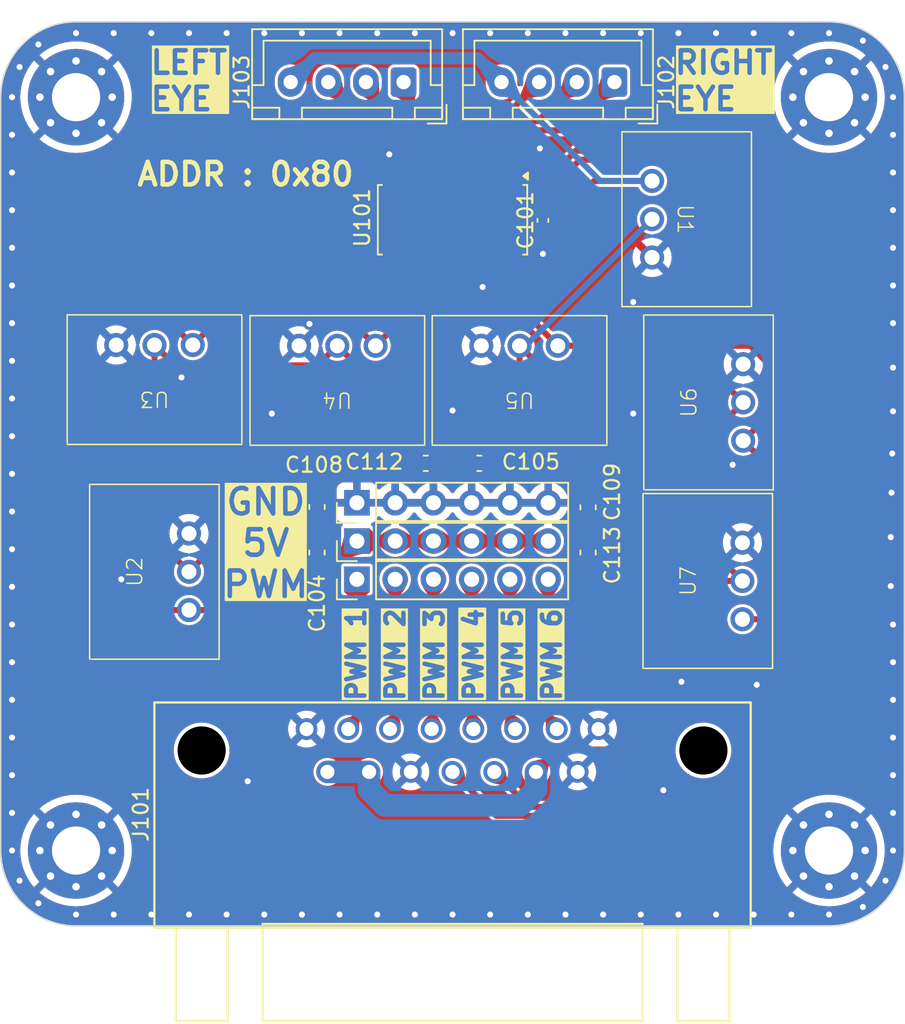
<source format=kicad_pcb>
(kicad_pcb (version 20240108) (generator "pcbnew") (generator_version "8.0")
  (layers (0 "F.Cu" signal) (31 "B.Cu" signal) (34 "B.Paste" user) (35 "F.Paste" user) (36 "B.SilkS" user "B.Silkscreen") (37 "F.SilkS" user "F.Silkscreen") (38 "B.Mask" user) (39 "F.Mask" user) (44 "Edge.Cuts" user))
  (net 0 "")
  (net 1 "GND")
  (net 2 "PWM_TIM1_CH1")
  (net 3 "I2C_SCL")
  (net 4 "+12V")
  (net 5 "I2C_SDA")
  (net 6 "LED1")
  (net 7 "LED2")
  (net 8 "LED4")
  (net 9 "LED5")
  (net 10 "LED3")
  (net 11 "LED0")
  (net 12 "+5V")
  (net 13 "PWM_TIM1_CH3")
  (net 14 "PWM_TIM2_CH1")
  (net 15 "PWM_TIM2_CH2")
  (net 16 "PWM_TIM1_CH2")
  (net 17 "PWM_TIM1_CH4")
  (footprint "libs:CONN15_31321_WRE" (layer "F.Cu") (at 100 145 180)
    (property "Reference" "J101" (at 20.7 7.4 90) (layer "F.SilkS"))
    (property "Value" "Conn_01x15")
    (pad "" np_thru_hole circle (at -16.66 11.64 180) (size 3.2004 3.2004) (drill 3.2004) (layers))
    (pad "" np_thru_hole circle (at 16.66 11.64 180) (size 3.2004 3.2004) (drill 3.2004) (layers))
    (pad "1" thru_hole circle (at 9.695 13.060007 180) (size 1.4478 1.4478) (drill 0.9398) (layers "*.Cu" "*.Mask") (net 1 "GND"))
    (pad "2" thru_hole circle (at 6.925 13.060007 180) (size 1.4478 1.4478) (drill 0.9398) (layers "*.Cu" "*.Mask") (net 2 "PWM_TIM1_CH1"))
    (pad "3" thru_hole circle (at 4.155001 13.060007 180) (size 1.4478 1.4478) (drill 0.9398) (layers "*.Cu" "*.Mask") (net 16 "PWM_TIM1_CH2"))
    (pad "4" thru_hole circle (at 1.385001 13.060007 180) (size 1.4478 1.4478) (drill 0.9398) (layers "*.Cu" "*.Mask") (net 13 "PWM_TIM1_CH3"))
    (pad "5" thru_hole circle (at -1.384998 13.060007 180) (size 1.4478 1.4478) (drill 0.9398) (layers "*.Cu" "*.Mask") (net 17 "PWM_TIM1_CH4"))
    (pad "6" thru_hole circle (at -4.154998 13.060007 180) (size 1.4478 1.4478) (drill 0.9398) (layers "*.Cu" "*.Mask") (net 14 "PWM_TIM2_CH1"))
    (pad "7" thru_hole circle (at -6.924998 13.060007 180) (size 1.4478 1.4478) (drill 0.9398) (layers "*.Cu" "*.Mask") (net 15 "PWM_TIM2_CH2"))
    (pad "8" thru_hole circle (at -9.694997 13.060007 180) (size 1.4478 1.4478) (drill 0.9398) (layers "*.Cu" "*.Mask") (net 1 "GND"))
    (pad "9" thru_hole circle (at 8.309999 10.220008 180) (size 1.4478 1.4478) (drill 0.9398) (layers "*.Cu" "*.Mask") (net 4 "+12V"))
    (pad "10" thru_hole circle (at 5.539999 10.220008 180) (size 1.4478 1.4478) (drill 0.9398) (layers "*.Cu" "*.Mask") (net 4 "+12V"))
    (pad "11" thru_hole circle (at 2.77 10.220008 180) (size 1.4478 1.4478) (drill 0.9398) (layers "*.Cu" "*.Mask") (net 1 "GND"))
    (pad "12" thru_hole circle (at 0 10.220008 180) (size 1.4478 1.4478) (drill 0.9398) (layers "*.Cu" "*.Mask") (net 5 "I2C_SDA"))
    (pad "13" thru_hole circle (at -2.77 10.220008 180) (size 1.4478 1.4478) (drill 0.9398) (layers "*.Cu" "*.Mask") (net 3 "I2C_SCL"))
    (pad "14" thru_hole circle (at -5.539999 10.220008 180) (size 1.4478 1.4478) (drill 0.9398) (layers "*.Cu" "*.Mask") (net 4 "+12V"))
    (pad "15" thru_hole circle (at -8.309999 10.220008 180) (size 1.4478 1.4478) (drill 0.9398) (layers "*.Cu" "*.Mask") (net 1 "GND"))
  )
  (footprint "Connector_JST:JST_XH_B4B-XH-A_1x04_P2.50mm_Vertical" (layer "F.Cu") (at 96.75 89 180)
    (property "Reference" "J103" (at 10.75 0 -90) (layer "F.SilkS"))
    (property "Value" "Conn_01x04")
    (pad "1" thru_hole roundrect (at 0 0 180) (size 1.7 1.95) (drill 0.95) (layers "*.Cu" "*.Mask") (roundrect_rratio 0.1470588235) (net 10 "LED3"))
    (pad "2" thru_hole oval (at 2.5 0 180) (size 1.7 1.95) (drill 0.95) (layers "*.Cu" "*.Mask") (net 8 "LED4"))
    (pad "3" thru_hole oval (at 5 0 180) (size 1.7 1.95) (drill 0.95) (layers "*.Cu" "*.Mask") (net 9 "LED5"))
    (pad "4" thru_hole oval (at 7.5 0 180) (size 1.7 1.95) (drill 0.95) (layers "*.Cu" "*.Mask") (net 12 "+5V"))
  )
  (footprint "MountingHole:MountingHole_3.2mm_M3_Pad_Via" (layer "F.Cu") (at 75 90)
    (property "Reference" "H103" (hide yes))
    (property "Value" "MountingHole_Pad")
    (pad "1" thru_hole circle (at -2.4 0) (size 0.8 0.8) (drill 0.5) (layers "*.Cu" "*.Mask") (net 1 "GND"))
    (pad "1" thru_hole circle (at -1.697056 -1.697056) (size 0.8 0.8) (drill 0.5) (layers "*.Cu" "*.Mask") (net 1 "GND"))
    (pad "1" thru_hole circle (at -1.697056 1.697056) (size 0.8 0.8) (drill 0.5) (layers "*.Cu" "*.Mask") (net 1 "GND"))
    (pad "1" thru_hole circle (at 0 -2.4) (size 0.8 0.8) (drill 0.5) (layers "*.Cu" "*.Mask") (net 1 "GND"))
    (pad "1" thru_hole circle (at 0 0) (size 6.4 6.4) (drill 3.2) (layers "*.Cu" "*.Mask") (net 1 "GND"))
    (pad "1" thru_hole circle (at 0 2.4) (size 0.8 0.8) (drill 0.5) (layers "*.Cu" "*.Mask") (net 1 "GND"))
    (pad "1" thru_hole circle (at 1.697056 -1.697056) (size 0.8 0.8) (drill 0.5) (layers "*.Cu" "*.Mask") (net 1 "GND"))
    (pad "1" thru_hole circle (at 1.697056 1.697056) (size 0.8 0.8) (drill 0.5) (layers "*.Cu" "*.Mask") (net 1 "GND"))
    (pad "1" thru_hole circle (at 2.4 0) (size 0.8 0.8) (drill 0.5) (layers "*.Cu" "*.Mask") (net 1 "GND"))
  )
  (footprint "buck:173010x42" (layer "F.Cu") (at 80.21 104.45 180)
    (property "Reference" "U3" (at 0 -5.6 180) (layer "F.SilkS") (effects (font (thickness 0.1))))
    (property "Value" "~")
    (pad "1" thru_hole circle (at -2.54 -2 180) (size 1.6 1.6) (drill 1) (layers "*.Cu" "*.Mask") (net 12 "+5V"))
    (pad "2" thru_hole circle (at 0 -2 180) (size 1.6 1.6) (drill 1) (layers "*.Cu" "*.Mask") (net 4 "+12V"))
    (pad "3" thru_hole circle (at 2.54 -2 180) (size 1.6 1.6) (drill 1) (layers "*.Cu" "*.Mask") (net 1 "GND"))
  )
  (footprint "Connector_PinHeader_2.54mm:PinHeader_1x06_P2.54mm_Vertical" (layer "F.Cu") (at 93.65 119.46 90)
    (property "Reference" "J104" (hide yes))
    (property "Value" "Conn_01x06")
    (pad "1" thru_hole rect (at 0 0 90) (size 1.7 1.7) (drill 1) (layers "*.Cu" "*.Mask") (net 12 "+5V"))
    (pad "2" thru_hole oval (at 0 2.54 90) (size 1.7 1.7) (drill 1) (layers "*.Cu" "*.Mask") (net 12 "+5V"))
    (pad "3" thru_hole oval (at 0 5.08 90) (size 1.7 1.7) (drill 1) (layers "*.Cu" "*.Mask") (net 12 "+5V"))
    (pad "4" thru_hole oval (at 0 7.62 90) (size 1.7 1.7) (drill 1) (layers "*.Cu" "*.Mask") (net 12 "+5V"))
    (pad "5" thru_hole oval (at 0 10.16 90) (size 1.7 1.7) (drill 1) (layers "*.Cu" "*.Mask") (net 12 "+5V"))
    (pad "6" thru_hole oval (at 0 12.7 90) (size 1.7 1.7) (drill 1) (layers "*.Cu" "*.Mask") (net 12 "+5V"))
  )
  (footprint "Package_SO:TSSOP-28_4.4x9.7mm_P0.65mm" (layer "F.Cu") (at 100 98.1375 -90)
    (property "Reference" "U101" (at -0.1375 6 90) (layer "F.SilkS"))
    (property "Value" "PCA9685PW")
    (pad "1" smd roundrect (at -2.8625 -4.225 270) (size 1.475 0.4) (layers "F.Cu" "F.Paste" "F.Mask") (net 1 "GND"))
    (pad "2" smd roundrect (at -2.8625 -3.575 270) (size 1.475 0.4) (layers "F.Cu" "F.Paste" "F.Mask") (net 1 "GND"))
    (pad "3" smd roundrect (at -2.8625 -2.925 270) (size 1.475 0.4) (layers "F.Cu" "F.Paste" "F.Mask") (net 1 "GND"))
    (pad "4" smd roundrect (at -2.8625 -2.275 270) (size 1.475 0.4) (layers "F.Cu" "F.Paste" "F.Mask") (net 1 "GND"))
    (pad "5" smd roundrect (at -2.8625 -1.625 270) (size 1.475 0.4) (layers "F.Cu" "F.Paste" "F.Mask") (net 1 "GND"))
    (pad "6" smd roundrect (at -2.8625 -0.975 270) (size 1.475 0.4) (layers "F.Cu" "F.Paste" "F.Mask") (net 11 "LED0"))
    (pad "7" smd roundrect (at -2.8625 -0.325 270) (size 1.475 0.4) (layers "F.Cu" "F.Paste" "F.Mask") (net 6 "LED1"))
    (pad "8" smd roundrect (at -2.8625 0.325 270) (size 1.475 0.4) (layers "F.Cu" "F.Paste" "F.Mask") (net 7 "LED2"))
    (pad "9" smd roundrect (at -2.8625 0.975 270) (size 1.475 0.4) (layers "F.Cu" "F.Paste" "F.Mask") (net 10 "LED3"))
    (pad "10" smd roundrect (at -2.8625 1.625 270) (size 1.475 0.4) (layers "F.Cu" "F.Paste" "F.Mask") (net 8 "LED4"))
    (pad "11" smd roundrect (at -2.8625 2.275 270) (size 1.475 0.4) (layers "F.Cu" "F.Paste" "F.Mask") (net 9 "LED5"))
    (pad "12" smd roundrect (at -2.8625 2.925 270) (size 1.475 0.4) (layers "F.Cu" "F.Paste" "F.Mask"))
    (pad "13" smd roundrect (at -2.8625 3.575 270) (size 1.475 0.4) (layers "F.Cu" "F.Paste" "F.Mask"))
    (pad "14" smd roundrect (at -2.8625 4.225 270) (size 1.475 0.4) (layers "F.Cu" "F.Paste" "F.Mask") (net 1 "GND"))
    (pad "15" smd roundrect (at 2.8625 4.225 270) (size 1.475 0.4) (layers "F.Cu" "F.Paste" "F.Mask"))
    (pad "16" smd roundrect (at 2.8625 3.575 270) (size 1.475 0.4) (layers "F.Cu" "F.Paste" "F.Mask"))
    (pad "17" smd roundrect (at 2.8625 2.925 270) (size 1.475 0.4) (layers "F.Cu" "F.Paste" "F.Mask"))
    (pad "18" smd roundrect (at 2.8625 2.275 270) (size 1.475 0.4) (layers "F.Cu" "F.Paste" "F.Mask"))
    (pad "19" smd roundrect (at 2.8625 1.625 270) (size 1.475 0.4) (layers "F.Cu" "F.Paste" "F.Mask"))
    (pad "20" smd roundrect (at 2.8625 0.975 270) (size 1.475 0.4) (layers "F.Cu" "F.Paste" "F.Mask"))
    (pad "21" smd roundrect (at 2.8625 0.325 270) (size 1.475 0.4) (layers "F.Cu" "F.Paste" "F.Mask"))
    (pad "22" smd roundrect (at 2.8625 -0.325 270) (size 1.475 0.4) (layers "F.Cu" "F.Paste" "F.Mask"))
    (pad "23" smd roundrect (at 2.8625 -0.975 270) (size 1.475 0.4) (layers "F.Cu" "F.Paste" "F.Mask") (net 1 "GND"))
    (pad "24" smd roundrect (at 2.8625 -1.625 270) (size 1.475 0.4) (layers "F.Cu" "F.Paste" "F.Mask") (net 1 "GND"))
    (pad "25" smd roundrect (at 2.8625 -2.275 270) (size 1.475 0.4) (layers "F.Cu" "F.Paste" "F.Mask") (net 1 "GND"))
    (pad "26" smd roundrect (at 2.8625 -2.925 270) (size 1.475 0.4) (layers "F.Cu" "F.Paste" "F.Mask") (net 5 "I2C_SDA"))
    (pad "27" smd roundrect (at 2.8625 -3.575 270) (size 1.475 0.4) (layers "F.Cu" "F.Paste" "F.Mask") (net 3 "I2C_SCL"))
    (pad "28" smd roundrect (at 2.8625 -4.225 270) (size 1.475 0.4) (layers "F.Cu" "F.Paste" "F.Mask") (net 12 "+5V"))
  )
  (footprint "MountingHole:MountingHole_3.2mm_M3_Pad_Via" (layer "F.Cu") (at 125 140)
    (property "Reference" "H102" (hide yes))
    (property "Value" "MountingHole_Pad")
    (pad "1" thru_hole circle (at -2.4 0) (size 0.8 0.8) (drill 0.5) (layers "*.Cu" "*.Mask") (net 1 "GND"))
    (pad "1" thru_hole circle (at -1.697056 -1.697056) (size 0.8 0.8) (drill 0.5) (layers "*.Cu" "*.Mask") (net 1 "GND"))
    (pad "1" thru_hole circle (at -1.697056 1.697056) (size 0.8 0.8) (drill 0.5) (layers "*.Cu" "*.Mask") (net 1 "GND"))
    (pad "1" thru_hole circle (at 0 -2.4) (size 0.8 0.8) (drill 0.5) (layers "*.Cu" "*.Mask") (net 1 "GND"))
    (pad "1" thru_hole circle (at 0 0) (size 6.4 6.4) (drill 3.2) (layers "*.Cu" "*.Mask") (net 1 "GND"))
    (pad "1" thru_hole circle (at 0 2.4) (size 0.8 0.8) (drill 0.5) (layers "*.Cu" "*.Mask") (net 1 "GND"))
    (pad "1" thru_hole circle (at 1.697056 -1.697056) (size 0.8 0.8) (drill 0.5) (layers "*.Cu" "*.Mask") (net 1 "GND"))
    (pad "1" thru_hole circle (at 1.697056 1.697056) (size 0.8 0.8) (drill 0.5) (layers "*.Cu" "*.Mask") (net 1 "GND"))
    (pad "1" thru_hole circle (at 2.4 0) (size 0.8 0.8) (drill 0.5) (layers "*.Cu" "*.Mask") (net 1 "GND"))
  )
  (footprint "MountingHole:MountingHole_3.2mm_M3_Pad_Via" (layer "F.Cu") (at 75 140)
    (property "Reference" "H101" (hide yes))
    (property "Value" "MountingHole_Pad")
    (pad "1" thru_hole circle (at -2.4 0) (size 0.8 0.8) (drill 0.5) (layers "*.Cu" "*.Mask") (net 1 "GND"))
    (pad "1" thru_hole circle (at -1.697056 -1.697056) (size 0.8 0.8) (drill 0.5) (layers "*.Cu" "*.Mask") (net 1 "GND"))
    (pad "1" thru_hole circle (at -1.697056 1.697056) (size 0.8 0.8) (drill 0.5) (layers "*.Cu" "*.Mask") (net 1 "GND"))
    (pad "1" thru_hole circle (at 0 -2.4) (size 0.8 0.8) (drill 0.5) (layers "*.Cu" "*.Mask") (net 1 "GND"))
    (pad "1" thru_hole circle (at 0 0) (size 6.4 6.4) (drill 3.2) (layers "*.Cu" "*.Mask") (net 1 "GND"))
    (pad "1" thru_hole circle (at 0 2.4) (size 0.8 0.8) (drill 0.5) (layers "*.Cu" "*.Mask") (net 1 "GND"))
    (pad "1" thru_hole circle (at 1.697056 -1.697056) (size 0.8 0.8) (drill 0.5) (layers "*.Cu" "*.Mask") (net 1 "GND"))
    (pad "1" thru_hole circle (at 1.697056 1.697056) (size 0.8 0.8) (drill 0.5) (layers "*.Cu" "*.Mask") (net 1 "GND"))
    (pad "1" thru_hole circle (at 2.4 0) (size 0.8 0.8) (drill 0.5) (layers "*.Cu" "*.Mask") (net 1 "GND"))
  )
  (footprint "MountingHole:MountingHole_3.2mm_M3_Pad_Via" (layer "F.Cu") (at 125 90)
    (property "Reference" "H104" (hide yes))
    (property "Value" "MountingHole_Pad")
    (pad "1" thru_hole circle (at -2.4 0) (size 0.8 0.8) (drill 0.5) (layers "*.Cu" "*.Mask") (net 1 "GND"))
    (pad "1" thru_hole circle (at -1.697056 -1.697056) (size 0.8 0.8) (drill 0.5) (layers "*.Cu" "*.Mask") (net 1 "GND"))
    (pad "1" thru_hole circle (at -1.697056 1.697056) (size 0.8 0.8) (drill 0.5) (layers "*.Cu" "*.Mask") (net 1 "GND"))
    (pad "1" thru_hole circle (at 0 -2.4) (size 0.8 0.8) (drill 0.5) (layers "*.Cu" "*.Mask") (net 1 "GND"))
    (pad "1" thru_hole circle (at 0 0) (size 6.4 6.4) (drill 3.2) (layers "*.Cu" "*.Mask") (net 1 "GND"))
    (pad "1" thru_hole circle (at 0 2.4) (size 0.8 0.8) (drill 0.5) (layers "*.Cu" "*.Mask") (net 1 "GND"))
    (pad "1" thru_hole circle (at 1.697056 -1.697056) (size 0.8 0.8) (drill 0.5) (layers "*.Cu" "*.Mask") (net 1 "GND"))
    (pad "1" thru_hole circle (at 1.697056 1.697056) (size 0.8 0.8) (drill 0.5) (layers "*.Cu" "*.Mask") (net 1 "GND"))
    (pad "1" thru_hole circle (at 2.4 0) (size 0.8 0.8) (drill 0.5) (layers "*.Cu" "*.Mask") (net 1 "GND"))
  )
  (footprint "buck:173010x42" (layer "F.Cu") (at 92.35 104.5 180)
    (property "Reference" "U4" (at 0 -5.6 180) (layer "F.SilkS") (effects (font (thickness 0.1))))
    (property "Value" "~")
    (pad "1" thru_hole circle (at -2.54 -2 180) (size 1.6 1.6) (drill 1) (layers "*.Cu" "*.Mask") (net 12 "+5V"))
    (pad "2" thru_hole circle (at 0 -2 180) (size 1.6 1.6) (drill 1) (layers "*.Cu" "*.Mask") (net 4 "+12V"))
    (pad "3" thru_hole circle (at 2.54 -2 180) (size 1.6 1.6) (drill 1) (layers "*.Cu" "*.Mask") (net 1 "GND"))
  )
  (footprint "Capacitor_SMD:C_0603_1608Metric" (layer "F.Cu") (at 91 120.222 -90)
    (property "Reference" "C104" (at 3.378 0 -90) (layer "F.SilkS"))
    (property "Value" "10u")
    (pad "1" smd roundrect (at -0.775 0 270) (size 0.9 0.95) (layers "F.Cu" "F.Paste" "F.Mask") (net 4 "+12V"))
    (pad "2" smd roundrect (at 0.775 0 270) (size 0.9 0.95) (layers "F.Cu" "F.Paste" "F.Mask") (net 1 "GND"))
  )
  (footprint "buck:173010x42" (layer "F.Cu") (at 84.5 121.5 90)
    (property "Reference" "U2" (at 0 -5.6 90) (layer "F.SilkS") (effects (font (thickness 0.1))))
    (property "Value" "~")
    (pad "1" thru_hole circle (at -2.54 -2 90) (size 1.6 1.6) (drill 1) (layers "*.Cu" "*.Mask") (net 12 "+5V"))
    (pad "2" thru_hole circle (at 0 -2 90) (size 1.6 1.6) (drill 1) (layers "*.Cu" "*.Mask") (net 4 "+12V"))
    (pad "3" thru_hole circle (at 2.54 -2 90) (size 1.6 1.6) (drill 1) (layers "*.Cu" "*.Mask") (net 1 "GND"))
  )
  (footprint "Capacitor_SMD:C_0603_1608Metric" (layer "F.Cu") (at 101.778 114.3 180)
    (property "Reference" "C105" (at -3.422 0.1 180) (layer "F.SilkS"))
    (property "Value" "10u")
    (pad "1" smd roundrect (at -0.775 0 180) (size 0.9 0.95) (layers "F.Cu" "F.Paste" "F.Mask") (net 4 "+12V"))
    (pad "2" smd roundrect (at 0.775 0 180) (size 0.9 0.95) (layers "F.Cu" "F.Paste" "F.Mask") (net 1 "GND"))
  )
  (footprint "Connector_JST:JST_XH_B4B-XH-A_1x04_P2.50mm_Vertical" (layer "F.Cu") (at 110.75 89 180)
    (property "Reference" "J102" (at -3.45 0 90) (layer "F.SilkS"))
    (property "Value" "Conn_01x04")
    (pad "1" thru_hole roundrect (at 0 0 180) (size 1.7 1.95) (drill 0.95) (layers "*.Cu" "*.Mask") (roundrect_rratio 0.1470588235) (net 11 "LED0"))
    (pad "2" thru_hole oval (at 2.5 0 180) (size 1.7 1.95) (drill 0.95) (layers "*.Cu" "*.Mask") (net 6 "LED1"))
    (pad "3" thru_hole oval (at 5 0 180) (size 1.7 1.95) (drill 0.95) (layers "*.Cu" "*.Mask") (net 7 "LED2"))
    (pad "4" thru_hole oval (at 7.5 0 180) (size 1.7 1.95) (drill 0.95) (layers "*.Cu" "*.Mask") (net 12 "+5V"))
  )
  (footprint "Capacitor_SMD:C_0603_1608Metric" (layer "F.Cu") (at 98.222 114.3)
    (property "Reference" "C112" (at -3.422 -0.1 0) (layer "F.SilkS"))
    (property "Value" "10u")
    (pad "1" smd roundrect (at -0.775 0) (size 0.9 0.95) (layers "F.Cu" "F.Paste" "F.Mask") (net 4 "+12V"))
    (pad "2" smd roundrect (at 0.775 0) (size 0.9 0.95) (layers "F.Cu" "F.Paste" "F.Mask") (net 1 "GND"))
  )
  (footprint "Capacitor_SMD:C_0603_1608Metric" (layer "F.Cu") (at 109 120.222 -90)
    (property "Reference" "C113" (at 0.178 -1.6 90) (layer "F.SilkS"))
    (property "Value" "10u")
    (pad "1" smd roundrect (at -0.775 0 270) (size 0.9 0.95) (layers "F.Cu" "F.Paste" "F.Mask") (net 4 "+12V"))
    (pad "2" smd roundrect (at 0.775 0 270) (size 0.9 0.95) (layers "F.Cu" "F.Paste" "F.Mask") (net 1 "GND"))
  )
  (footprint "buck:173010x42" (layer "F.Cu") (at 111.25 98.1 -90)
    (property "Reference" "U1" (at 0 -4.2 -90) (layer "F.SilkS") (effects (font (thickness 0.1))))
    (property "Value" "~")
    (pad "1" thru_hole circle (at -2.54 -2 270) (size 1.6 1.6) (drill 1) (layers "*.Cu" "*.Mask") (net 12 "+5V"))
    (pad "2" thru_hole circle (at 0 -2 270) (size 1.6 1.6) (drill 1) (layers "*.Cu" "*.Mask") (net 4 "+12V"))
    (pad "3" thru_hole circle (at 2.54 -2 270) (size 1.6 1.6) (drill 1) (layers "*.Cu" "*.Mask") (net 1 "GND"))
  )
  (footprint "buck:173010x42" (layer "F.Cu") (at 121.3 110.26 90)
    (property "Reference" "U6" (at 0 -5.6 90) (layer "F.SilkS") (effects (font (thickness 0.1))))
    (property "Value" "~")
    (pad "1" thru_hole circle (at -2.54 -2 90) (size 1.6 1.6) (drill 1) (layers "*.Cu" "*.Mask") (net 12 "+5V"))
    (pad "2" thru_hole circle (at 0 -2 90) (size 1.6 1.6) (drill 1) (layers "*.Cu" "*.Mask") (net 4 "+12V"))
    (pad "3" thru_hole circle (at 2.54 -2 90) (size 1.6 1.6) (drill 1) (layers "*.Cu" "*.Mask") (net 1 "GND"))
  )
  (footprint "Connector_PinHeader_2.54mm:PinHeader_1x06_P2.54mm_Vertical" (layer "F.Cu") (at 93.65 116.92 90)
    (property "Reference" "J106" (hide yes))
    (property "Value" "Conn_01x06")
    (pad "1" thru_hole rect (at 0 0 90) (size 1.7 1.7) (drill 1) (layers "*.Cu" "*.Mask") (net 1 "GND"))
    (pad "2" thru_hole oval (at 0 2.54 90) (size 1.7 1.7) (drill 1) (layers "*.Cu" "*.Mask") (net 1 "GND"))
    (pad "3" thru_hole oval (at 0 5.08 90) (size 1.7 1.7) (drill 1) (layers "*.Cu" "*.Mask") (net 1 "GND"))
    (pad "4" thru_hole oval (at 0 7.62 90) (size 1.7 1.7) (drill 1) (layers "*.Cu" "*.Mask") (net 1 "GND"))
    (pad "5" thru_hole oval (at 0 10.16 90) (size 1.7 1.7) (drill 1) (layers "*.Cu" "*.Mask") (net 1 "GND"))
    (pad "6" thru_hole oval (at 0 12.7 90) (size 1.7 1.7) (drill 1) (layers "*.Cu" "*.Mask") (net 1 "GND"))
  )
  (footprint "Capacitor_SMD:C_0402_1005Metric" (layer "F.Cu") (at 106 98.175 90)
    (property "Reference" "C101" (at 0 -1.16 90) (layer "F.SilkS"))
    (property "Value" "100n")
    (pad "1" smd roundrect (at -0.48 0 90) (size 0.56 0.62) (layers "F.Cu" "F.Paste" "F.Mask") (net 12 "+5V"))
    (pad "2" smd roundrect (at 0.48 0 90) (size 0.56 0.62) (layers "F.Cu" "F.Paste" "F.Mask") (net 1 "GND"))
  )
  (footprint "buck:173010x42" (layer "F.Cu") (at 104.45 104.5 180)
    (property "Reference" "U5" (at 0 -5.6 180) (layer "F.SilkS") (effects (font (thickness 0.1))))
    (property "Value" "~")
    (pad "1" thru_hole circle (at -2.54 -2 180) (size 1.6 1.6) (drill 1) (layers "*.Cu" "*.Mask") (net 12 "+5V"))
    (pad "2" thru_hole circle (at 0 -2 180) (size 1.6 1.6) (drill 1) (layers "*.Cu" "*.Mask") (net 4 "+12V"))
    (pad "3" thru_hole circle (at 2.54 -2 180) (size 1.6 1.6) (drill 1) (layers "*.Cu" "*.Mask") (net 1 "GND"))
  )
  (footprint "Capacitor_SMD:C_0603_1608Metric" (layer "F.Cu") (at 91 117.2 90)
    (property "Reference" "C108" (at 2.8 -0.2 0) (layer "F.SilkS"))
    (property "Value" "10u")
    (pad "1" smd roundrect (at -0.775 0 90) (size 0.9 0.95) (layers "F.Cu" "F.Paste" "F.Mask") (net 4 "+12V"))
    (pad "2" smd roundrect (at 0.775 0 90) (size 0.9 0.95) (layers "F.Cu" "F.Paste" "F.Mask") (net 1 "GND"))
  )
  (footprint "buck:173010x42" (layer "F.Cu") (at 121.25 122.11 90)
    (property "Reference" "U7" (at 0 -5.6 90) (layer "F.SilkS") (effects (font (thickness 0.1))))
    (property "Value" "~")
    (pad "1" thru_hole circle (at -2.54 -2 90) (size 1.6 1.6) (drill 1) (layers "*.Cu" "*.Mask") (net 12 "+5V"))
    (pad "2" thru_hole circle (at 0 -2 90) (size 1.6 1.6) (drill 1) (layers "*.Cu" "*.Mask") (net 4 "+12V"))
    (pad "3" thru_hole circle (at 2.54 -2 90) (size 1.6 1.6) (drill 1) (layers "*.Cu" "*.Mask") (net 1 "GND"))
  )
  (footprint "Connector_PinHeader_2.54mm:PinHeader_1x06_P2.54mm_Vertical" (layer "F.Cu") (at 93.65 122 90)
    (property "Reference" "J105" (hide yes))
    (property "Value" "Conn_01x06")
    (pad "1" thru_hole rect (at 0 0 90) (size 1.7 1.7) (drill 1) (layers "*.Cu" "*.Mask") (net 2 "PWM_TIM1_CH1"))
    (pad "2" thru_hole oval (at 0 2.54 90) (size 1.7 1.7) (drill 1) (layers "*.Cu" "*.Mask") (net 16 "PWM_TIM1_CH2"))
    (pad "3" thru_hole oval (at 0 5.08 90) (size 1.7 1.7) (drill 1) (layers "*.Cu" "*.Mask") (net 13 "PWM_TIM1_CH3"))
    (pad "4" thru_hole oval (at 0 7.62 90) (size 1.7 1.7) (drill 1) (layers "*.Cu" "*.Mask") (net 17 "PWM_TIM1_CH4"))
    (pad "5" thru_hole oval (at 0 10.16 90) (size 1.7 1.7) (drill 1) (layers "*.Cu" "*.Mask") (net 14 "PWM_TIM2_CH1"))
    (pad "6" thru_hole oval (at 0 12.7 90) (size 1.7 1.7) (drill 1) (layers "*.Cu" "*.Mask") (net 15 "PWM_TIM2_CH2"))
  )
  (footprint "Capacitor_SMD:C_0603_1608Metric" (layer "F.Cu") (at 109 117.225 90)
    (property "Reference" "C109" (at 1.025 1.6 -90) (layer "F.SilkS"))
    (property "Value" "10u")
    (pad "1" smd roundrect (at -0.775 0 90) (size 0.9 0.95) (layers "F.Cu" "F.Paste" "F.Mask") (net 4 "+12V"))
    (pad "2" smd roundrect (at 0.775 0 90) (size 0.9 0.95) (layers "F.Cu" "F.Paste" "F.Mask") (net 1 "GND"))
  )
  (gr_line (start 125 145) (end 75 145) (stroke (width 0.1)) (layer "Edge.Cuts"))
  (gr_line (start 70 140) (end 70 90) (stroke (width 0.1)) (layer "Edge.Cuts"))
  (gr_arc (start 70 90) (mid 71.464466 86.464466) (end 75 85) (stroke (width 0.1)) (layer "Edge.Cuts"))
  (gr_arc (start 125 85) (mid 128.535534 86.464466) (end 130 90) (stroke (width 0.1)) (layer "Edge.Cuts"))
  (gr_arc (start 130 140) (mid 128.535534 143.535534) (end 125 145) (stroke (width 0.1)) (layer "Edge.Cuts"))
  (gr_line (start 125 85) (end 75 85) (stroke (width 0.1)) (layer "Edge.Cuts"))
  (gr_arc (start 75 145) (mid 71.464466 143.535534) (end 70 140) (stroke (width 0.1)) (layer "Edge.Cuts"))
  (gr_line (start 130 90) (end 130 140) (stroke (width 0.1)) (layer "Edge.Cuts"))
  (gr_text "PWM 1" (at 93.6 127 90) (layer "F.SilkS" knockout) (effects (font (size 1.2 1.2) (thickness 0.3) (bold yes))))
  (gr_text "PWM 4" (at 101.4 127 90) (layer "F.SilkS" knockout) (effects (font (size 1.2 1.2) (thickness 0.3) (bold yes))))
  (gr_text "PWM 3" (at 98.8 127 90) (layer "F.SilkS" knockout) (effects (font (size 1.2 1.2) (thickness 0.3) (bold yes))))
  (gr_text "PWM 2" (at 96.2 127 90) (layer "F.SilkS" knockout) (effects (font (size 1.2 1.2) (thickness 0.3) (bold yes))))
  (gr_text "RIGHT\nEYE" (at 114.6 91 0) (layer "F.SilkS" knockout) (effects (font (size 1.5 1.5) (thickness 0.3) (bold yes)) (justify left bottom)))
  (gr_text "PWM 5" (at 104 127 90) (layer "F.SilkS" knockout) (effects (font (size 1.2 1.2) (thickness 0.3) (bold yes))))
  (gr_text "PWM 6" (at 106.6 127 90) (layer "F.SilkS" knockout) (effects (font (size 1.2 1.2) (thickness 0.3) (bold yes))))
  (gr_text "LEFT\nEYE" (at 79.8 91 0) (layer "F.SilkS" knockout) (effects (font (size 1.5 1.5) (thickness 0.3) (bold yes)) (justify left bottom)))
  (gr_text "GND\n5V\nPWM" (at 87.6 119.6 0) (layer "F.SilkS" knockout) (effects (font (size 1.7 1.7) (thickness 0.3) (bold yes))))
  (gr_text "ADDR : 0x80" (at 78.914287 95.991999 0) (layer "F.SilkS") (effects (font (size 1.5 1.5) (thickness 0.3) (bold yes)) (justify left bottom)))
  (via (at 72.5 143.5) (size 0.8) (drill 0.4) (layers "F.Cu" "B.Cu") (net 1))
  (via (at 70.75 122.5) (size 0.8) (drill 0.4) (layers "F.Cu" "B.Cu") (net 1))
  (via (at 129.25 137.5) (size 0.8) (drill 0.4) (layers "F.Cu" "B.Cu") (net 1))
  (via (at 100 85.75) (size 0.8) (drill 0.4) (layers "F.Cu" "B.Cu") (net 1))
  (via (at 82 108.6) (size 0.8) (drill 0.4) (layers "F.Cu" "B.Cu") (net 1))
  (via (at 70.75 115) (size 0.8) (drill 0.4) (layers "F.Cu" "B.Cu") (net 1))
  (via (at 71.25 88) (size 0.8) (drill 0.4) (layers "F.Cu" "B.Cu") (net 1))
  (via (at 102.5 144.25) (size 0.8) (drill 0.4) (layers "F.Cu" "B.Cu") (net 1))
  (via (at 128.75 142) (size 0.8) (drill 0.4) (layers "F.Cu" "B.Cu") (net 1))
  (via (at 129.15 116.25) (size 0.8) (drill 0.4) (layers "F.Cu" "B.Cu") (net 1))
  (via (at 75 144.25) (size 0.8) (drill 0.4) (layers "F.Cu" "B.Cu") (net 1))
  (via (at 107.5 85.75) (size 0.8) (drill 0.4) (layers "F.Cu" "B.Cu") (net 1))
  (via (at 97.5 144.25) (size 0.8) (drill 0.4) (layers "F.Cu" "B.Cu") (net 1))
  (via (at 117.5 144.25) (size 0.8) (drill 0.4) (layers "F.Cu" "B.Cu") (net 1))
  (via (at 106 100.4) (size 0.8) (drill 0.4) (layers "F.Cu" "B.Cu") (net 1))
  (via (at 70.75 97.5) (size 0.8) (drill 0.4) (layers "F.Cu" "B.Cu") (net 1))
  (via (at 70.75 95) (size 0.8) (drill 0.4) (layers "F.Cu" "B.Cu") (net 1))
  (via (at 80 85.75) (size 0.8) (drill 0.4) (layers "F.Cu" "B.Cu") (net 1))
  (via (at 87.5 144.25) (size 0.8) (drill 0.4) (layers "F.Cu" "B.Cu") (net 1))
  (via (at 70.75 102.5) (size 0.8) (drill 0.4) (layers "F.Cu" "B.Cu") (net 1))
  (via (at 92.5 144.25) (size 0.8) (drill 0.4) (layers "F.Cu" "B.Cu") (net 1))
  (via (at 125 85.75) (size 0.8) (drill 0.4) (layers "F.Cu" "B.Cu") (net 1))
  (via (at 70.75 137.5) (size 0.8) (drill 0.4) (layers "F.Cu" "B.Cu") (net 1))
  (via (at 112 103.6) (size 0.8) (drill 0.4) (layers "F.Cu" "B.Cu") (net 1))
  (via (at 120.2 129) (size 0.8) (drill 0.4) (layers "F.Cu" "B.Cu") (net 1))
  (via (at 70.75 107.5) (size 0.8) (drill 0.4) (layers "F.Cu" "B.Cu") (net 1))
  (via (at 122.5 144.25) (size 0.8) (drill 0.4) (layers "F.Cu" "B.Cu") (net 1))
  (via (at 117.5 85.75) (size 0.8) (drill 0.4) (layers "F.Cu" "B.Cu") (net 1))
  (via (at 129.25 110.85) (size 0.8) (drill 0.4) (layers "F.Cu" "B.Cu") (net 1))
  (via (at 129.25 140) (size 0.8) (drill 0.4) (layers "F.Cu" "B.Cu") (net 1))
  (via (at 127.25 86.25) (size 0.8) (drill 0.4) (layers "F.Cu" "B.Cu") (net 1))
  (via (at 102.5 85.75) (size 0.8) (drill 0.4) (layers "F.Cu" "B.Cu") (net 1))
  (via (at 90.5 105.05) (size 0.8) (drill 0.4) (layers "F.Cu" "B.Cu") (net 1))
  (via (at 82.5 85.75) (size 0.8) (drill 0.4) (layers "F.Cu" "B.Cu") (net 1))
  (via (at 70.75 125) (size 0.8) (drill 0.4) (layers "F.Cu" "B.Cu") (net 1))
  (via (at 105 85.75) (size 0.8) (drill 0.4) (layers "F.Cu" "B.Cu") (net 1))
  (via (at 115 85.75) (size 0.8) (drill 0.4) (layers "F.Cu" "B.Cu") (net 1))
  (via (at 129.25 100) (size 0.8) (drill 0.4) (layers "F.Cu" "B.Cu") (net 1))
  (via (at 129.25 135) (size 0.8) (drill 0.4) (layers "F.Cu" "B.Cu") (net 1))
  (via (at 77.5 144.25) (size 0.8) (drill 0.4) (layers "F.Cu" "B.Cu") (net 1))
  (via (at 127.25 143.75) (size 0.8) (drill 0.4) (layers "F.Cu" "B.Cu") (net 1))
  (via (at 82.5 144.25) (size 0.8) (drill 0.4) (layers "F.Cu" "B.Cu") (net 1))
  (via (at 77.5 85.75) (size 0.8) (drill 0.4) (layers "F.Cu" "B.Cu") (net 1))
  (via (at 70.75 117.5) (size 0.8) (drill 0.4) (layers "F.Cu" "B.Cu") (net 1))
  (via (at 72.5 86.5) (size 0.8) (drill 0.4) (layers "F.Cu" "B.Cu") (net 1))
  (via (at 118.6 114.4) (size 0.8) (drill 0.4) (layers "F.Cu" "B.Cu") (net 1))
  (via (at 70.75 127.5) (size 0.8) (drill 0.4) (layers "F.Cu" "B.Cu") (net 1))
  (via (at 105 144.25) (size 0.8) (drill 0.4) (layers "F.Cu" "B.Cu") (net 1))
  (via (at 70.75 120) (size 0.8) (drill 0.4) (layers "F.Cu" "B.Cu") (net 1))
  (via (at 87.5 85.75) (size 0.8) (drill 0.4) (layers "F.Cu" "B.Cu") (net 1))
  (via (at 70.75 105) (size 0.8) (drill 0.4) (layers "F.Cu" "B.Cu") (net 1))
  (via (at 78 122) (size 0.8) (drill 0.4) (layers "F.Cu" "B.Cu") (net 1))
  (via (at 112 111) (size 0.8) (drill 0.4) (layers "F.Cu" "B.Cu") (net 1))
  (via (at 85 144.25) (size 0.8) (drill 0.4) (layers "F.Cu" "B.Cu") (net 1))
  (via (at 92.5 85.75) (size 0.8) (drill 0.4) (layers "F.Cu" "B.Cu") (net 1))
  (via (at 95 144.25) (size 0.8) (drill 0.4) (layers "F.Cu" "B.Cu") (net 1))
  (via (at 71.25 142) (size 0.8) (drill 0.4) (layers "F.Cu" "B.Cu") (net 1))
  (via (at 110 85.75) (size 0.8) (drill 0.4) (layers "F.Cu" "B.Cu") (net 1))
  (via (at 88 111) (size 0.8) (drill 0.4) (layers "F.Cu" "B.Cu") (net 1))
  (via (at 122.5 85.75) (size 0.8) (drill 0.4) (layers "F.Cu" "B.Cu") (net 1))
  (via (at 95 85.75) (size 0.8) (drill 0.4) (layers "F.Cu" "B.Cu") (net 1))
  (via (at 120 144.25) (size 0.8) (drill 0.4) (layers "F.Cu" "B.Cu") (net 1))
  (via (at 70.75 112.5) (size 0.8) (drill 0.4) (layers "F.Cu" "B.Cu") (net 1))
  (via (at 129.25 102.5) (size 0.8) (drill 0.4) (layers "F.Cu" "B.Cu") (net 1))
  (via (at 70.75 135) (size 0.8) (drill 0.4) (layers "F.Cu" "B.Cu") (net 1))
  (via (at 70.75 100) (size 0.8) (drill 0.4) (layers "F.Cu" "B.Cu") (net 1))
  (via (at 112.5 144.25) (size 0.8) (drill 0.4) (layers "F.Cu" "B.Cu") (net 1))
  (via (at 97.5 85.75) (size 0.8) (drill 0.4) (layers "F.Cu" "B.Cu") (net 1))
  (via (at 70.75 130) (size 0.8) (drill 0.4) (layers "F.Cu" "B.Cu") (net 1))
  (via (at 129.25 107.95) (size 0.8) (drill 0.4) (layers "F.Cu" "B.Cu") (net 1))
  (via (at 129.25 127.5) (size 0.8) (drill 0.4) (layers "F.Cu" "B.Cu") (net 1))
  (via (at 115 144.25) (size 0.8) (drill 0.4) (layers "F.Cu" "B.Cu") (net 1))
  (via (at 129.25 97.5) (size 0.8) (drill 0.4) (layers "F.Cu" "B.Cu") (net 1))
  (via (at 129.25 92.5) (size 0.8) (drill 0.4) (layers "F.Cu" "B.Cu") (net 1))
  (via (at 86.4 135.4) (size 0.8) (drill 0.4) (layers "F.Cu" "B.Cu") (net 1))
  (via (at 128.75 88) (size 0.8) (drill 0.4) (layers "F.Cu" "B.Cu") (net 1))
  (via (at 129.2 113.65) (size 0.8) (drill 0.4) (layers "F.Cu" "B.Cu") (net 1))
  (via (at 129.25 105) (size 0.8) (drill 0.4) (layers "F.Cu" "B.Cu") (net 1))
  (via (at 107.5 144.25) (size 0.8) (drill 0.4) (layers "F.Cu" "B.Cu") (net 1))
  (via (at 129.25 125) (size 0.8) (drill 0.4) (layers "F.Cu" "B.Cu") (net 1))
  (via (at 70.75 90) (size 0.8) (drill 0.4) (layers "F.Cu" "B.Cu") (net 1))
  (via (at 70.75 132.5) (size 0.8) (drill 0.4) (layers "F.Cu" "B.Cu") (net 1))
  (via (at 105.8 93.4) (size 0.8) (drill 0.4) (layers "F.Cu" "B.Cu") (net 1))
  (via (at 95.8 93.8) (size 0.8) (drill 0.4) (layers "F.Cu" "B.Cu") (net 1))
  (via (at 129.1 122.45) (size 0.8) (drill 0.4) (layers "F.Cu" "B.Cu") (net 1))
  (via (at 70.75 110) (size 0.8) (drill 0.4) (layers "F.Cu" "B.Cu") (net 1))
  (via (at 70.75 92.5) (size 0.8) (drill 0.4) (layers "F.Cu" "B.Cu") (net 1))
  (via (at 129.25 130) (size 0.8) (drill 0.4) (layers "F.Cu" "B.Cu") (net 1))
  (via (at 129.25 90) (size 0.8) (drill 0.4) (layers "F.Cu" "B.Cu") (net 1))
  (via (at 100 110.8) (size 0.8) (drill 0.4) (layers "F.Cu" "B.Cu") (net 1))
  (via (at 85 85.75) (size 0.8) (drill 0.4) (layers "F.Cu" "B.Cu") (net 1))
  (via (at 110 144.25) (size 0.8) (drill 0.4) (layers "F.Cu" "B.Cu") (net 1))
  (via (at 102 102.6) (size 0.8) (drill 0.4) (layers "F.Cu" "B.Cu") (net 1))
  (via (at 129.25 95) (size 0.8) (drill 0.4) (layers "F.Cu" "B.Cu") (net 1))
  (via (at 115.2 128.8) (size 0.8) (drill 0.4) (layers "F.Cu" "B.Cu") (net 1))
  (via (at 114 136) (size 0.8) (drill 0.4) (layers "F.Cu" "B.Cu") (net 1))
  (via (at 125 144.25) (size 0.8) (drill 0.4) (layers "F.Cu" "B.Cu") (net 1))
  (via (at 80 144.25) (size 0.8) (drill 0.4) (layers "F.Cu" "B.Cu") (net 1))
  (via (at 129.1 119.2) (size 0.8) (drill 0.4) (layers "F.Cu" "B.Cu") (net 1))
  (via (at 112.5 85.75) (size 0.8) (drill 0.4) (layers "F.Cu" "B.Cu") (net 1))
  (via (at 90 144.25) (size 0.8) (drill 0.4) (layers "F.Cu" "B.Cu") (net 1))
  (via (at 129.25 132.5) (size 0.8) (drill 0.4) (layers "F.Cu" "B.Cu") (net 1))
  (via (at 100 144.25) (size 0.8) (drill 0.4) (layers "F.Cu" "B.Cu") (net 1))
  (via (at 75 85.75) (size 0.8) (drill 0.4) (layers "F.Cu" "B.Cu") (net 1))
  (via (at 120 85.75) (size 0.8) (drill 0.4) (layers "F.Cu" "B.Cu") (net 1))
  (via (at 90 85.75) (size 0.8) (drill 0.4) (layers "F.Cu" "B.Cu") (net 1))
  (via (at 70.75 140) (size 0.8) (drill 0.4) (layers "F.Cu" "B.Cu") (net 1))
  (segment (start 93.65 122) (end 93.65 131.364993) (width 0.4) (layer "F.Cu") (net 2))
  (segment (start 93.65 131.364993) (end 93.075 131.939993) (width 0.4) (layer "F.Cu") (net 2))
  (segment (start 103.575 99.042444) (end 108.467444 94.15) (width 0.4) (layer "F.Cu") (net 3))
  (segment (start 105.090008 137.1) (end 102.77 134.779992) (width 0.4) (layer "F.Cu") (net 3))
  (segment (start 118.6 137.1) (end 105.090008 137.1) (width 0.4) (layer "F.Cu") (net 3))
  (segment (start 116.95 94.15) (end 124 101.2) (width 0.4) (layer "F.Cu") (net 3))
  (segment (start 124 101.2) (end 124 131.7) (width 0.4) (layer "F.Cu") (net 3))
  (segment (start 103.575 101) (end 103.575 99.042444) (width 0.4) (layer "F.Cu") (net 3))
  (segment (start 108.467444 94.15) (end 116.95 94.15) (width 0.4) (layer "F.Cu") (net 3))
  (segment (start 124 131.7) (end 118.6 137.1) (width 0.4) (layer "F.Cu") (net 3))
  (segment (start 91.05 107.8) (end 92.35 106.5) (width 0.4) (layer "F.Cu") (net 4))
  (segment (start 119.3 110.26) (end 118.500001 109.460001) (width 0.4) (layer "F.Cu") (net 4))
  (segment (start 116.45 119.31) (end 116.45 113.11) (width 0.4) (layer "F.Cu") (net 4))
  (segment (start 113.4402 131.3098) (end 113.4402 124.6198) (width 0.4) (layer "F.Cu") (net 4))
  (segment (start 105.539999 134.779992) (end 107.019991 133.3) (width 0.4) (layer "F.Cu") (net 4))
  (segment (start 107.410001 109.460001) (end 104.45 106.5) (width 0.4) (layer "F.Cu") (net 4))
  (segment (start 102.553 114.5) (end 102.553 114.447) (width 0.4) (layer "F.Cu") (net 4))
  (segment (start 98.322 113.425) (end 101.678 113.425) (width 0.4) (layer "F.Cu") (net 4))
  (segment (start 97.447 114.5) (end 97.447 114.447) (width 0.4) (layer "F.Cu") (net 4))
  (segment (start 80.21 106.45) (end 80.21 119.21) (width 0.4) (layer "F.Cu") (net 4))
  (segment (start 91 119.447) (end 91 117.975) (width 0.4) (layer "F.Cu") (net 4))
  (segment (start 91 119.447) (end 84.553 119.447) (width 0.4) (layer "F.Cu") (net 4))
  (segment (start 113.4402 124.6198) (end 115.95 122.11) (width 0.4) (layer "F.Cu") (net 4))
  (segment (start 97.447 114.3) (end 97.447 111.597) (width 0.4) (layer "F.Cu") (net 4))
  (segment (start 81.56 107.8) (end 91.05 107.8) (width 0.4) (layer "F.Cu") (net 4))
  (segment (start 107.019991 133.3) (end 111.45 133.3) (width 0.4) (layer "F.Cu") (net 4))
  (segment (start 119.25 122.11) (end 115.95 122.11) (width 0.4) (layer "F.Cu") (net 4))
  (segment (start 118.500001 109.460001) (end 107.410001 109.460001) (width 0.4) (layer "F.Cu") (net 4))
  (segment (start 97.447 111.597) (end 92.35 106.5) (width 0.4) (layer "F.Cu") (net 4))
  (segment (start 84.553 119.447) (end 82.5 121.5) (width 0.4) (layer "F.Cu") (net 4))
  (segment (start 116.45 113.11) (end 119.3 110.26) (width 0.4) (layer "F.Cu") (net 4))
  (segment (start 111.663 122.11) (end 109 119.447) (width 0.4) (layer "F.Cu") (net 4))
  (segment (start 91.013 119.46) (end 91 119.447) (width 0.4) (layer "F.Cu") (net 4))
  (segment (start 111.45 133.3) (end 113.4402 131.3098) (width 0.4) (layer "F.Cu") (net 4))
  (segment (start 119.25 122.11) (end 116.45 119.31) (width 0.4) (layer "F.Cu") (net 4))
  (segment (start 80.21 106.45) (end 81.56 107.8) (width 0.4) (layer "F.Cu") (net 4))
  (segment (start 80.21 119.21) (end 82.5 121.5) (width 0.4) (layer "F.Cu") (net 4))
  (segment (start 109 119.447) (end 109 118) (width 0.4) (layer "F.Cu") (net 4))
  (segment (start 97.447 114.3) (end 98.322 113.425) (width 0.4) (layer "F.Cu") (net 4))
  (segment (start 101.678 113.425) (end 102.553 114.3) (width 0.4) (layer "F.Cu") (net 4))
  (segment (start 104.45 106.5) (end 104.45 112.403) (width 0.4) (layer "F.Cu") (net 4))
  (segment (start 104.45 112.403) (end 102.553 114.3) (width 0.4) (layer "F.Cu") (net 4))
  (segment (start 115.95 122.11) (end 111.663 122.11) (width 0.4) (layer "F.Cu") (net 4))
  (segment (start 95.5 137) (end 94.460001 135.960001) (width 1.5) (layer "B.Cu") (net 4))
  (segment (start 94.460001 134.779992) (end 91.690001 134.779992) (width 1.5) (layer "B.Cu") (net 4))
  (segment (start 94.460001 135.960001) (end 94.460001 134.779992) (width 1.5) (layer "B.Cu") (net 4))
  (segment (start 113.25 98.1) (end 104.85 106.5) (width 0.4) (layer "B.Cu") (net 4))
  (segment (start 104.5 137) (end 95.5 137) (width 1.5) (layer "B.Cu") (net 4))
  (segment (start 105.539999 134.779992) (end 105.539999 135.960001) (width 1.5) (layer "B.Cu") (net 4))
  (segment (start 105.539999 135.960001) (end 104.5 137) (width 1.5) (layer "B.Cu") (net 4))
  (segment (start 104.85 106.5) (end 104.45 106.5) (width 0.4) (layer "B.Cu") (net 4))
  (segment (start 117.25 93.55) (end 108.2 93.55) (width 0.4) (layer "F.Cu") (net 5))
  (segment (start 124.75 101.05) (end 117.25 93.55) (width 0.4) (layer "F.Cu") (net 5))
  (segment (start 118.848528 137.7) (end 124.75 131.798528) (width 0.4) (layer "F.Cu") (net 5))
  (segment (start 102.925 98.825) (end 102.925 101) (width 0.4) (layer "F.Cu") (net 5))
  (segment (start 108.2 93.55) (end 102.925 98.825) (width 0.4) (layer "F.Cu") (net 5))
  (segment (start 124.75 131.798528) (end 124.75 101.05) (width 0.4) (layer "F.Cu") (net 5))
  (segment (start 102.920008 137.7) (end 118.848528 137.7) (width 0.4) (layer "F.Cu") (net 5))
  (segment (start 100 134.779992) (end 102.920008 137.7) (width 0.4) (layer "F.Cu") (net 5))
  (segment (start 105.65 91.6) (end 108.25 89) (width 0.4) (layer "F.Cu") (net 6))
  (segment (start 100.325 92.675) (end 101.4 91.6) (width 0.4) (layer "F.Cu") (net 6))
  (segment (start 100.325 95.275) (end 100.325 92.675) (width 0.4) (layer "F.Cu") (net 6))
  (segment (start 101.4 91.6) (end 105.65 91.6) (width 0.4) (layer "F.Cu") (net 6))
  (segment (start 101 91) (end 103.75 91) (width 0.4) (layer "F.Cu") (net 7))
  (segment (start 99.675 92.325) (end 101 91) (width 0.4) (layer "F.Cu") (net 7))
  (segment (start 103.75 91) (end 105.75 89) (width 0.4) (layer "F.Cu") (net 7))
  (segment (start 99.675 95.275) (end 99.675 92.325) (width 0.4) (layer "F.Cu") (net 7))
  (segment (start 98.375 92.526472) (end 96.748528 90.9) (width 0.4) (layer "F.Cu") (net 8))
  (segment (start 94.25 89.75) (end 94.25 89) (width 0.4) (layer "F.Cu") (net 8))
  (segment (start 95.4 90.9) (end 94.25 89.75) (width 0.4) (layer "F.Cu") (net 8))
  (segment (start 98.375 95.275) (end 98.375 92.526472) (width 0.4) (layer "F.Cu") (net 8))
  (segment (start 96.748528 90.9) (end 95.4 90.9) (width 0.4) (layer "F.Cu") (net 8))
  (segment (start 94 91.5) (end 91.75 89.25) (width 0.4) (layer "F.Cu") (net 9))
  (segment (start 96.5 91.5) (end 94 91.5) (width 0.4) (layer "F.Cu") (net 9))
  (segment (start 97.725 92.725) (end 96.5 91.5) (width 0.4) (layer "F.Cu") (net 9))
  (segment (start 97.725 95.275) (end 97.725 92.725) (width 0.4) (layer "F.Cu") (net 9))
  (segment (start 91.75 89.25) (end 91.75 89) (width 0.4) (layer "F.Cu") (net 9))
  (segment (start 99.025 92.327944) (end 96.75 90.052944) (width 0.4) (layer "F.Cu") (net 10))
  (segment (start 96.75 90.052944) (end 96.75 89) (width 0.4) (layer "F.Cu") (net 10))
  (segment (start 99.025 95.275) (end 99.025 92.327944) (width 0.4) (layer "F.Cu") (net 10))
  (segment (start 101.648528 92.2) (end 107.55 92.2) (width 0.4) (layer "F.Cu") (net 11))
  (segment (start 100.975 95.275) (end 100.975 92.873528) (width 0.4) (layer "F.Cu") (net 11))
  (segment (start 100.975 92.873528) (end 101.648528 92.2) (width 0.4) (layer "F.Cu") (net 11))
  (segment (start 107.55 92.2) (end 110.75 89) (width 0.4) (layer "F.Cu") (net 11))
  (segment (start 121.25 123.9) (end 120.5 124.65) (width 0.4) (layer "F.Cu") (net 12))
  (segment (start 105.245 104.755) (end 106.99 106.5) (width 0.4) (layer "F.Cu") (net 12))
  (segment (start 104.69 104.2) (end 105.245 104.755) (width 0.4) (layer "F.Cu") (net 12))
  (segment (start 119.3 112.8) (end 121.25 114.75) (width 0.4) (layer "F.Cu") (net 12))
  (segment (start 74.15 121.15) (end 77.04 124.04) (width 0.4) (layer "F.Cu") (net 12))
  (segment (start 98.73 119.46) (end 101.27 119.46) (width 0.4) (layer "F.Cu") (net 12))
  (segment (start 104.225 99.775) (end 104.225 101) (width 0.4) (layer "F.Cu") (net 12))
  (segment (start 92.64 104.25) (end 94.89 106.5) (width 0.4) (layer "F.Cu") (net 12))
  (segment (start 121.3 108.022943) (end 121.3 110.8) (width 0.4) (layer "F.Cu") (net 12))
  (segment (start 104.225 101) (end 104.225 103.735) (width 0.4) (layer "F.Cu") (net 12))
  (segment (start 105.9 98.655) (end 105.345 98.655) (width 0.4) (layer "F.Cu") (net 12))
  (segment (start 120.5 124.65) (end 119.25 124.65) (width 0.4) (layer "F.Cu") (net 12))
  (segment (start 93.65 119.46) (end 92.4 120.71) (width 0.4) (layer "F.Cu") (net 12))
  (segment (start 84.95 104.25) (end 92.64 104.25) (width 0.4) (layer "F.Cu") (net 12))
  (segment (start 75 104.55) (end 74.15 105.4) (width 0.4) (layer "F.Cu") (net 12))
  (segment (start 106.99 106.5) (end 119.777057 106.5) (width 0.4) (layer "F.Cu") (net 12))
  (segment (start 90.71 124.04) (end 82.5 124.04) (width 0.4) (layer "F.Cu") (net 12))
  (segment (start 121.25 114.75) (end 121.25 123.9) (width 0.4) (layer "F.Cu") (net 12))
  (segment (start 96.84 104.55) (end 105.04 104.55) (width 0.4) (layer "F.Cu") (net 12))
  (segment (start 105.345 98.655) (end 104.225 99.775) (width 0.4) (layer "F.Cu") (net 12))
  (segment (start 121.3 110.8) (end 119.3 112.8) (width 0.4) (layer "F.Cu") (net 12))
  (segment (start 94.89 106.5) (end 96.84 104.55) (width 0.4) (layer "F.Cu") (net 12))
  (segment (start 104.225 103.735) (end 104.69 104.2) (width 0.4) (layer "F.Cu") (net 12))
  (segment (start 93.65 119.46) (end 96.19 119.46) (width 0.4) (layer "F.Cu") (net 12))
  (segment (start 109.404999 95.56) (end 113.25 95.56) (width 0.4) (layer "F.Cu") (net 12))
  (segment (start 106.309999 98.655) (end 109.404999 95.56) (width 0.4) (layer "F.Cu") (net 12))
  (segment (start 82.75 106.45) (end 84.95 104.25) (width 0.4) (layer "F.Cu") (net 12))
  (segment (start 80.85 104.55) (end 75 104.55) (width 0.4) (layer "F.Cu") (net 12))
  (segment (start 101.27 119.46) (end 103.81 119.46) (width 0.4) (layer "F.Cu") (net 12))
  (segment (start 106 98.655) (end 106.309999 98.655) (width 0.4) (layer "F.Cu") (net 12))
  (segment (start 92.4 122.35) (end 90.71 124.04) (width 0.4) (layer "F.Cu") (net 12))
  (segment (start 96.19 119.46) (end 98.73 119.46) (width 0.4) (layer "F.Cu") (net 12))
  (segment (start 77.04 124.04) (end 82.5 124.04) (width 0.4) (layer "F.Cu") (net 12))
  (segment (start 74.15 105.4) (end 74.15 121.15) (width 0.4) (layer "F.Cu") (net 12))
  (segment (start 82.75 106.45) (end 80.85 104.55) (width 0.4) (layer "F.Cu") (net 12))
  (segment (start 92.4 120.71) (end 92.4 122.35) (width 0.4) (layer "F.Cu") (net 12))
  (segment (start 93.637 119.447) (end 93.65 119.46) (width 0.4) (layer "F.Cu") (net 12))
  (segment (start 119.777057 106.5) (end 121.3 108.022943) (width 0.4) (layer "F.Cu") (net 12))
  (segment (start 105.04 104.55) (end 105.245 104.755) (width 0.4) (layer "F.Cu") (net 12))
  (segment (start 106.363 119.447) (end 106.35 119.46) (width 0.4) (layer "F.Cu") (net 12))
  (segment (start 103.81 119.46) (end 106.35 119.46) (width 0.4) (layer "F.Cu") (net 12))
  (segment (start 101.675 87.425) (end 103.25 89) (width 0.8) (layer "B.Cu") (net 12))
  (segment (start 89.25 89) (end 90.825 87.425) (width 0.8) (layer "B.Cu") (net 12))
  (segment (start 90.825 87.425) (end 101.675 87.425) (width 0.8) (layer "B.Cu") (net 12))
  (segment (start 103.25 89) (end 109.81 95.56) (width 0.4) (layer "B.Cu") (net 12))
  (segment (start 109.81 95.56) (end 113.25 95.56) (width 0.4) (layer "B.Cu") (net 12))
  (segment (start 98.73 131.824992) (end 98.614999 131.939993) (width 0.4) (layer "F.Cu") (net 13))
  (segment (start 98.73 122) (end 98.73 131.824992) (width 0.4) (layer "F.Cu") (net 13))
  (segment (start 103.81 131.594995) (end 104.154998 131.939993) (width 0.4) (layer "F.Cu") (net 14))
  (segment (start 103.81 122) (end 103.81 131.594995) (width 0.4) (layer "F.Cu") (net 14))
  (segment (start 106.35 122) (end 106.35 131.364995) (width 0.4) (layer "F.Cu") (net 15))
  (segment (start 106.35 131.364995) (end 106.924998 131.939993) (width 0.4) (layer "F.Cu") (net 15))
  (segment (start 96.19 131.594992) (end 95.844999 131.939993) (width 0.4) (layer "F.Cu") (net 16))
  (segment (start 96.19 122) (end 96.19 131.594992) (width 0.4) (layer "F.Cu") (net 16))
  (segment (start 101.27 122) (end 101.27 131.824995) (width 0.4) (layer "F.Cu") (net 17))
  (segment (start 101.27 131.824995) (end 101.384998 131.939993) (width 0.4) (layer "F.Cu") (net 17))
  (zone (net 1) (net_name "GND") (layers "F&B.Cu") (connect_pads (clearance 0.2)) (min_thickness 0.25) (fill yes (thermal_gap 0.5) (thermal_bridge_width 0.5))
    (polygon (pts (xy 130 145) (xy 130 85) (xy 70 85) (xy 70 145)))
  )
)
</source>
